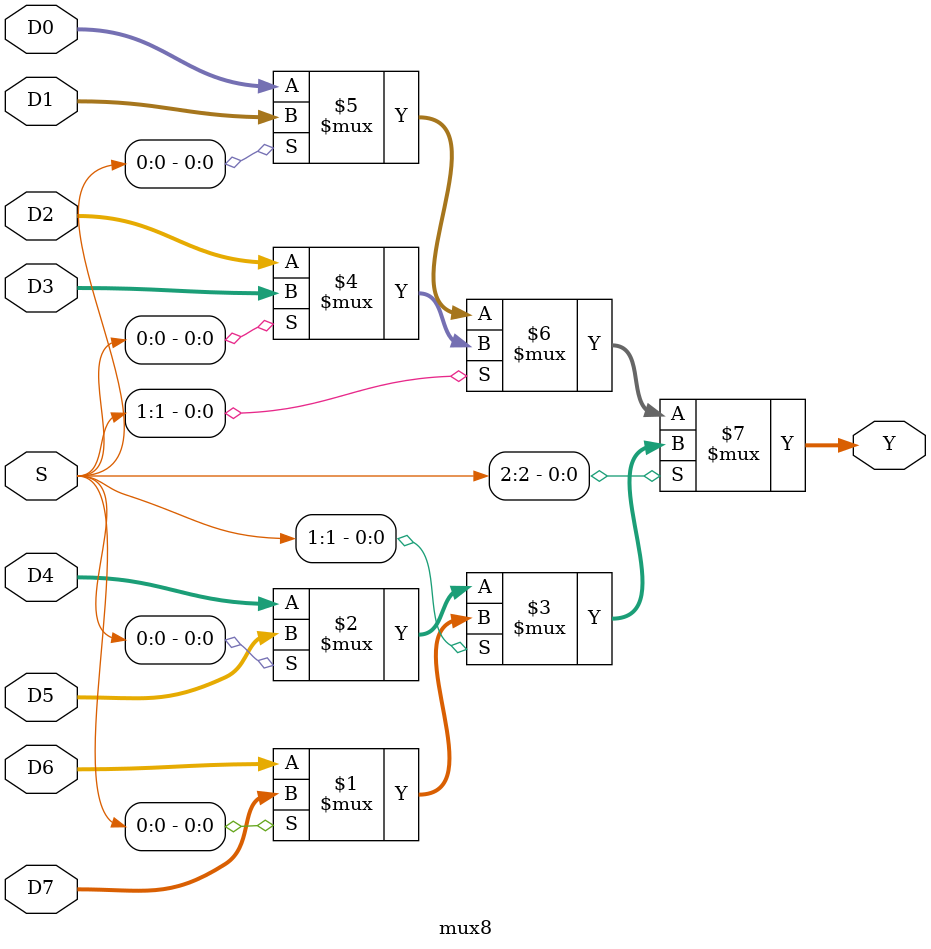
<source format=sv>
module e_stage( input         CLK, 
                input         RESET,
 
                input   [1:0] FWD_A_SEL,
                input   [1:0] FWD_B_SEL,
                input   [1:0] ALUOUT_SEL,
                input         SRC_A_SEL,
                input         SRC_B_SEL,
 
                input   [4:0] SH,
                input   [7:0] ALU_CTRL,
 
                input   [2:0] BR_TYPE_START,
 
                input  [31:0] START_A,
                input  [31:0] START_B,
                input  [31:0] START_M1,
                input  [31:0] START_M2,
                input  [31:0] START_WB,
                input  [31:0] START_PC,
                input  [31:0] START_IM,
                input  [31:0] START_HI,
                input  [31:0] START_LO,
                input  [31:0] START_CP,
                input  [31:0] START_RT,


                output [31:0] ALUOUT_FINISH,
                output        ALUOV_FINISH,
                output        BR_TAKE_FINISH  );


logic [31:0] src_a_e, src_b_e, aluout_m1, aluout_m2, regfile_wdata_w,
             pc_plus_4_e, immed_extend_e, hi_m1, lo_m1, cp0_out,
             src_a_fwd_e, src_b_fwd_e, aluout_final_e, aluout_mux_e,
             return_target_e, aluout_e, src_a, src_b;

logic [4:0] shamt_e;
logic [2:0] br_type_e;
logic br_inst_e, br_take_e, e_OV_e;

ffd #(32)  start_reg_a(CLK, RESET, 1'b1,  START_A, src_a_e);
ffd #(32)  start_reg_b(CLK, RESET, 1'b1,  START_B, src_b_e);
ffd #(32) start_reg_m1(CLK, RESET, 1'b1, START_M1, aluout_m1);
ffd #(32) start_reg_m2(CLK, RESET, 1'b1, START_M2, aluout_m2);
ffd #(32) start_reg_wb(CLK, RESET, 1'b1, START_WB, regfile_wdata_w);
ffd #(32) start_reg_pc(CLK, RESET, 1'b1, START_PC, pc_plus_4_e);
ffd #(32) start_reg_im(CLK, RESET, 1'b1, START_IM, immed_extend_e);
ffd #(32) start_reg_hi(CLK, RESET, 1'b1, START_HI, hi_m1);
ffd #(32) start_reg_lo(CLK, RESET, 1'b1, START_LO, lo_m1);
ffd #(32) start_reg_cp(CLK, RESET, 1'b1, START_CP, cp0_out);
ffd #(32) start_reg_rt(CLK, RESET, 1'b1, START_RT, return_target_e);

ffd #(5) start_shamt(CLK, RESET, 1'b1, SH, shamt_e);
ffd #(3) start_brtype(CLK, RESET, 1'b1, BR_TYPE_START, br_type_e);


mux4 fwd_src_a(FWD_A_SEL, src_a_e,         //00 -- no forwarding
                          aluout_m1,       //01 -- forward from MEM1
                          aluout_m2,       //10 -- forward from MEM2
                          regfile_wdata_w, //11 -- forward from WB
                          src_a_fwd_e );

mux4 fwd_src_b(FWD_B_SEL, src_b_e,         //00 -- no forwarding
                          aluout_m1,       //01 -- forward from MEM1
                          aluout_m2,       //10 -- forward from MEM2
                          regfile_wdata_w, //11 -- forward from WB
                          src_b_fwd_e );

//final alu muxes
mux2 alu_src_a_mux( SRC_A_SEL,
                    src_a_fwd_e,    //0: forwarded src a
                    pc_plus_4_e,    //1: pc+4 for branch target calculation
                    src_a );

mux2 alu_src_b_mux( SRC_B_SEL, 
                    src_b_fwd_e,    //0: forwarded src b 
                    immed_extend_e, //1: immediate
                    src_b );

//-----------Branch logic-------------------//
assign br_inst_e = br_type_e[2] | br_type_e[1] | br_type_e[0];

wire regs_equal = (src_a_fwd_e == src_b_fwd_e);
wire reg_zero   = (src_a_fwd_e == 32'd0);
wire reg_neg    = src_a_fwd_e[31];

mux8 #(1) br_mux( br_type_e,
                  1'b0,                   //3/ 0 -- NORM 
                  1'b1,                   //   1 -- JR   
                  ( regs_equal),          //   2 -- BEQ  
                  (~regs_equal),          //   3 -- BNE  
                  ( reg_neg |  reg_zero), //   4 -- BLEZ 
                  ( reg_neg ),            //   5 -- BLTZ 
                  (~reg_neg ),            //   6 -- BGEZ
                  (~reg_neg & ~reg_zero), //   7 -- BGTZ
                  br_take_e );

alu alu(ALU_CTRL, src_a, src_b, shamt_e, e_OV_e, aluout_e);

mux4 aluout_mux(  ALUOUT_SEL,
                  aluout_e,
                  hi_m1,          //MFHI
                  lo_m1,          //MFLO
                  cp0_out,        //MFC0
                  aluout_mux_e ); 

mux2 ret_target_mux (br_inst_e, aluout_mux_e, return_target_e, aluout_final_e); 

ffd #(32) aluout_finish_reg(CLK, RESET, 1'b1, aluout_final_e, ALUOUT_FINISH);
ffd  #(1)  aluov_finish_reg(CLK, RESET, 1'b1, e_OV_e,         ALUOV_FINISH);
ffd  #(1)     br_finish_reg(CLK, RESET, 1'b1, br_take_e,      BR_TAKE_FINISH);

endmodule










//=============================================================//
module ffd #( parameter WIDTH = 32)
            ( input                    CLK, 
              input                    RESET,
              input                    EN,
              input        [WIDTH-1:0] D,
              output logic [WIDTH-1:0] Q );
                 
always_ff @(posedge CLK)
  if (RESET)  Q <= 0;
  else if(EN) Q <= D;

endmodule
//=============================================================//
module mux2 #(parameter WIDTH = 32)
             ( input             S,
               input [WIDTH-1:0] D0,
               input [WIDTH-1:0] D1,
               output[WIDTH-1:0] Y);

assign Y = S ? D1 : D0;

endmodule
//=============================================================//
module mux4 #(parameter WIDTH = 32)
             ( input [1:0] S,
               input [WIDTH-1:0] D0, D1, D2, D3,
               output[WIDTH-1:0] Y);

assign Y = S[1] ? (S[0] ? D3 : D2)
                : (S[0] ? D1 : D0);
                
endmodule
//=============================================================//
module mux8 #(parameter WIDTH = 32)
             ( input [2:0]       S,
               input [WIDTH-1:0] D0, D1, D2, D3, D4, D5, D6, D7,
               output[WIDTH-1:0] Y);

assign Y = S[2] ? (S[1] ? (S[0] ? D7 : D6) :
                          (S[0] ? D5 : D4)):
                  (S[1] ? (S[0] ? D3 : D2) :
                          (S[0] ? D1 : D0));

endmodule
</source>
